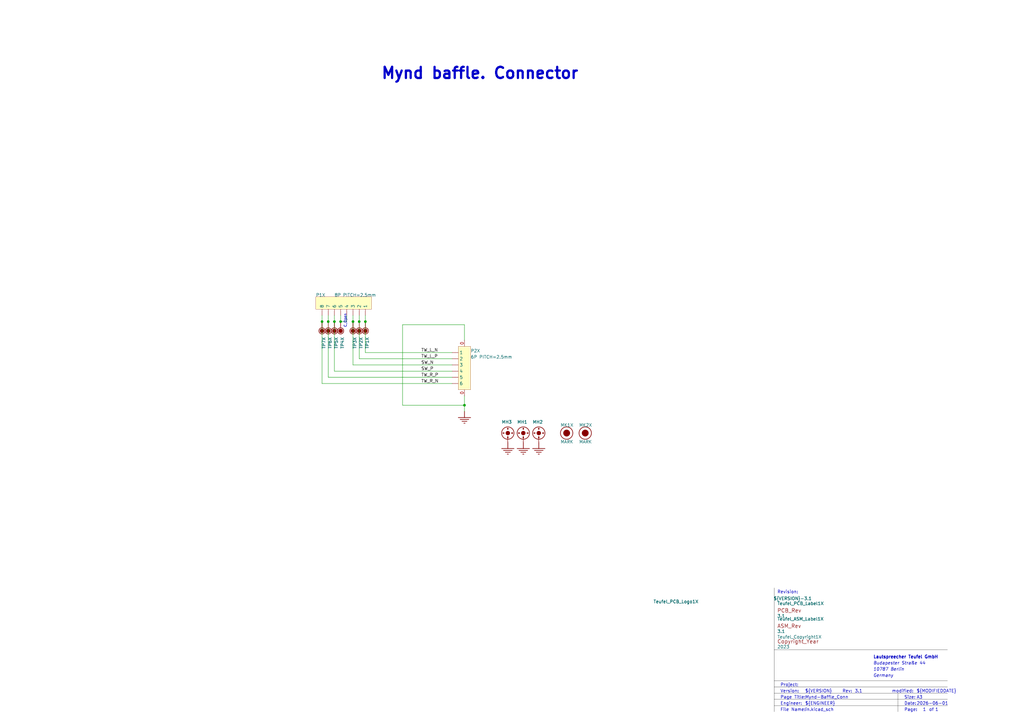
<source format=kicad_sch>
(kicad_sch (version 20231120) (generator "eeschema") (generator_version "8.0")
  (paper "A3")
  (title_block (title "Mynd-Baffle_Conn") (rev "3.1"))
  (lib_symbols
    (symbol "Mynd_Baffle-altium-import:GND_POWER_GROUND" (power)
      (property "Reference" "#PWR" (at 0 0 0))
      (property "Value" "GND" (at 0 6.35 0))
      (symbol "GND_POWER_GROUND_0_0"
        (polyline (pts (xy -2.54 -2.54) (xy 2.54 -2.54)) (stroke (width 0.254)))
        (polyline (pts (xy -1.778 -3.302) (xy 1.778 -3.302)) (stroke (width 0.254)))
        (polyline (pts (xy -1.016 -4.064) (xy 1.016 -4.064)) (stroke (width 0.254)))
        (polyline (pts (xy -0.254 -4.826) (xy 0.254 -4.826)) (stroke (width 0.254)))
        (polyline (pts (xy 0 0) (xy 0 -2.54)) (stroke (width 0.254)))
        (pin power_in line (at 0 0 0) (length 0) hide (name "GND") (number ""))
      )
    )
    (symbol "Mynd_Baffle-altium-import:root_0_MARK"
      (symbol "root_0_MARK_1_0"
        (circle (center 0 0) (radius 1.27) (stroke (width 0.254)) (fill (type outline)))
        (circle (center 0 0) (radius 2.54) (stroke (width 0.254)))
        (pin passive line (at 1.27 0 180) (length 1.27) (name "MK_B") (number "MK_B"))
        (pin passive line (at -1.27 0 0) (length 1.27) (name "MK_T") (number "MK_T"))
      )
    )
    (symbol "Mynd_Baffle-altium-import:root_0_Teufel NoLogo")
    (symbol "Mynd_Baffle-altium-import:root_0_Teufel_ASM_Label"
      (symbol "root_0_Teufel_ASM_Label_1_0"
        (text "ASM_Rev" (at 0 0 0) (effects (font (size 1.524 1.524)) (justify left bottom)))
      )
    )
    (symbol "Mynd_Baffle-altium-import:root_0_Teufel_Copyright"
      (symbol "root_0_Teufel_Copyright_1_0"
        (text "Copyright_Year" (at 0 0 0) (effects (font (size 1.524 1.524)) (justify left bottom)))
      )
    )
    (symbol "Mynd_Baffle-altium-import:root_0_Teufel_PCB_Label"
      (symbol "root_0_Teufel_PCB_Label_1_0"
        (text "PCB_Rev" (at 0 0 0) (effects (font (size 1.524 1.524)) (justify left bottom)))
      )
    )
    (symbol "Mynd_Baffle-altium-import:root_0_mirrored_CON 6P_F"
      (symbol "root_0_mirrored_CON 6P_F_1_0"
        (rectangle (start 0 0) (end -5.08 -17.78) (stroke (width 0.0254) (color 128 0 0 1)) (fill (type background)))
        (pin passive line (at -2.54 -20.32 90) (length 2.54) (name "0") (number "0"))
        (pin passive line (at -2.54 2.54 270) (length 2.54) (name "0") (number "0"))
        (pin passive line (at -7.62 -2.54 0) (length 2.54) (name "1") (number "1"))
        (pin passive line (at -7.62 -5.08 0) (length 2.54) (name "2") (number "2"))
        (pin passive line (at -7.62 -7.62 0) (length 2.54) (name "3") (number "3"))
        (pin passive line (at -7.62 -10.16 0) (length 2.54) (name "4") (number "4"))
        (pin passive line (at -7.62 -12.7 0) (length 2.54) (name "5") (number "5"))
        (pin passive line (at -7.62 -15.24 0) (length 2.54) (name "6") (number "6"))
      )
    )
    (symbol "Mynd_Baffle-altium-import:root_1_SCREW_HOLE"
      (symbol "root_1_SCREW_HOLE_1_0"
        (bezier (pts (xy -2.032 3.81) (xy -2.032 3.7398) (xy -1.9183 3.683) (xy -1.778 3.683)) (stroke (width 0.254)) (fill (type outline)))
        (bezier (pts (xy -1.778 3.683) (xy -1.6378 3.683) (xy -1.524 3.7398) (xy -1.524 3.81)) (stroke (width 0.254)) (fill (type outline)))
        (bezier (pts (xy -1.778 3.937) (xy -1.9183 3.937) (xy -2.032 3.8801) (xy -2.032 3.81)) (stroke (width 0.254)) (fill (type outline)))
        (bezier (pts (xy -1.524 3.81) (xy -1.524 3.8801) (xy -1.6378 3.937) (xy -1.778 3.937)) (stroke (width 0.254)) (fill (type outline)))
        (bezier (pts (xy -0.127 2.032) (xy -0.127 1.8917) (xy -0.0702 1.778) (xy 0 1.778)) (stroke (width 0.254)) (fill (type outline)))
        (bezier (pts (xy -0.127 5.588) (xy -0.127 5.4477) (xy -0.0702 5.334) (xy 0 5.334)) (stroke (width 0.254)) (fill (type outline)))
        (polyline (pts (xy -1.524 3.81) (xy -1.778 3.937) (xy -2.032 3.81) (xy -1.778 3.683) (xy -1.524 3.81)) (stroke (width -0.0001)) (fill (type outline)))
        (polyline (pts (xy 0.127 2.032) (xy 0 2.286) (xy -0.127 2.032) (xy 0 1.778) (xy 0.127 2.032)) (stroke (width -0.0001)) (fill (type outline)))
        (polyline (pts (xy 0.127 5.588) (xy 0 5.842) (xy -0.127 5.588) (xy 0 5.334) (xy 0.127 5.588)) (stroke (width -0.0001)) (fill (type outline)))
        (polyline (pts (xy 2.032 3.81) (xy 1.778 3.937) (xy 1.524 3.81) (xy 1.778 3.683) (xy 2.032 3.81)) (stroke (width -0.0001)) (fill (type outline)))
        (bezier (pts (xy 0 1.778) (xy 0.0701 1.778) (xy 0.127 1.8917) (xy 0.127 2.032)) (stroke (width 0.254)) (fill (type outline)))
        (bezier (pts (xy 0 2.286) (xy -0.0702 2.286) (xy -0.127 2.1722) (xy -0.127 2.032)) (stroke (width 0.254)) (fill (type outline)))
        (circle (center 0 3.81) (radius 0.762) (stroke (width 0.254)) (fill (type outline)))
        (circle (center 0 3.81) (radius 2.54) (stroke (width 0.254)))
        (bezier (pts (xy 0 5.334) (xy 0.0701 5.334) (xy 0.127 5.4477) (xy 0.127 5.588)) (stroke (width 0.254)) (fill (type outline)))
        (bezier (pts (xy 0 5.842) (xy -0.0702 5.842) (xy -0.127 5.7282) (xy -0.127 5.588)) (stroke (width 0.254)) (fill (type outline)))
        (bezier (pts (xy 0.127 2.032) (xy 0.127 2.1722) (xy 0.0701 2.286) (xy 0 2.286)) (stroke (width 0.254)) (fill (type outline)))
        (bezier (pts (xy 0.127 5.588) (xy 0.127 5.7282) (xy 0.0701 5.842) (xy 0 5.842)) (stroke (width 0.254)) (fill (type outline)))
        (bezier (pts (xy 1.524 3.81) (xy 1.524 3.7398) (xy 1.6377 3.683) (xy 1.778 3.683)) (stroke (width 0.254)) (fill (type outline)))
        (bezier (pts (xy 1.778 3.683) (xy 1.9182 3.683) (xy 2.032 3.7398) (xy 2.032 3.81)) (stroke (width 0.254)) (fill (type outline)))
        (bezier (pts (xy 1.778 3.937) (xy 1.6377 3.937) (xy 1.524 3.8801) (xy 1.524 3.81)) (stroke (width 0.254)) (fill (type outline)))
        (bezier (pts (xy 2.032 3.81) (xy 2.032 3.8801) (xy 1.9182 3.937) (xy 1.778 3.937)) (stroke (width 0.254)) (fill (type outline)))
        (pin passive line (at 0 0 90) (length 2.54) (name "1") (number "1"))
      )
    )
    (symbol "Mynd_Baffle-altium-import:root_3_CON 8P"
      (symbol "root_3_CON 8P_1_0"
        (rectangle (start 0 0) (end -22.86 -5.08) (stroke (width 0.0254) (color 128 0 0 1)) (fill (type background)))
        (pin passive line (at -2.54 -7.62 90) (length 2.54) (name "1") (number "1"))
        (pin passive line (at -5.08 -7.62 90) (length 2.54) (name "2") (number "2"))
        (pin passive line (at -7.62 -7.62 90) (length 2.54) (name "3") (number "3"))
        (pin passive line (at -10.16 -7.62 90) (length 2.54) (name "4") (number "4"))
        (pin passive line (at -12.7 -7.62 90) (length 2.54) (name "5") (number "5"))
        (pin passive line (at -15.24 -7.62 90) (length 2.54) (name "6") (number "6"))
        (pin passive line (at -17.78 -7.62 90) (length 2.54) (name "7") (number "7"))
        (pin passive line (at -20.32 -7.62 90) (length 2.54) (name "8") (number "8"))
      )
    )
    (symbol "Mynd_Baffle-altium-import:root_3_TP"
      (symbol "root_3_TP_1_0"
        (circle (center 0 -3.81) (radius 0.762) (stroke (width 0.254)) (fill (type outline)))
        (circle (center 0 -3.81) (radius 1.27) (stroke (width 0.254)))
        (pin passive line (at 0 0 270) (length 2.54) (name "1") (number "1"))
      )
    )
  )
  (junction (at 134.62 131.9022))
  (junction (at 139.7 131.9022))
  (junction (at 190.5 166.1922))
  (junction (at 132.08 131.9022))
  (junction (at 149.86 131.9022))
  (junction (at 147.32 131.9022))
  (junction (at 137.16 131.9022))
  (junction (at 144.78 131.9022))
  (wire (pts (xy 142.24 131.9022) (xy 139.7 131.9022)))
  (polyline (pts (xy 317.5 266.5222) (xy 317.5 241.1222)) (stroke (width 0.0254) (type solid) (color 0 0 0 1)))
  (wire (pts (xy 165.1 133.1722) (xy 165.1 166.1922)))
  (polyline (pts (xy 317.5 289.3822) (xy 388.62 289.3822)) (stroke (width 0.0254) (type solid) (color 0 0 0 1)))
  (wire (pts (xy 137.16 129.3622) (xy 137.16 131.9022)))
  (polyline (pts (xy 317.5 279.2222) (xy 388.62 279.2222)) (stroke (width 0.0254) (type solid) (color 0 0 0 1)))
  (wire (pts (xy 185.42 154.7622) (xy 134.62 154.7622)))
  (wire (pts (xy 185.42 149.6822) (xy 144.78 149.6822)))
  (wire (pts (xy 185.42 147.1422) (xy 147.32 147.1422)))
  (wire (pts (xy 149.86 129.3622) (xy 149.86 131.9022)))
  (wire (pts (xy 134.62 131.9022) (xy 134.62 129.3622)))
  (wire (pts (xy 190.5 139.5222) (xy 190.5 133.1722)))
  (wire (pts (xy 144.78 131.9022) (xy 144.78 129.3622)))
  (wire (pts (xy 165.1 166.1922) (xy 190.5 166.1922)))
  (wire (pts (xy 142.24 129.3622) (xy 142.24 131.9022)))
  (wire (pts (xy 149.86 131.9022) (xy 149.86 144.6022)))
  (wire (pts (xy 132.08 157.3022) (xy 185.42 157.3022)))
  (wire (pts (xy 190.5 133.1722) (xy 165.1 133.1722)))
  (wire (pts (xy 147.32 147.1422) (xy 147.32 131.9022)))
  (wire (pts (xy 132.08 129.3622) (xy 132.08 131.9022)))
  (polyline (pts (xy 317.5 281.7622) (xy 388.62 281.7622)) (stroke (width 0.0254) (type solid) (color 0 0 0 1)))
  (polyline (pts (xy 317.5 284.3022) (xy 388.62 284.3022)) (stroke (width 0.0254) (type solid) (color 0 0 0 1)))
  (wire (pts (xy 139.7 129.3622) (xy 139.7 131.9022)))
  (wire (pts (xy 137.16 152.2222) (xy 185.42 152.2222)))
  (polyline (pts (xy 368.3 291.9222) (xy 368.3 284.3022)) (stroke (width 0.0254) (type solid) (color 0 0 0 1)))
  (wire (pts (xy 137.16 131.9022) (xy 137.16 152.2222)))
  (wire (pts (xy 149.86 144.6022) (xy 185.42 144.6022)))
  (wire (pts (xy 190.5 166.1922) (xy 190.5 162.3822)))
  (polyline (pts (xy 317.5 286.8422) (xy 388.62 286.8422)) (stroke (width 0.0254) (type solid) (color 0 0 0 1)))
  (polyline (pts (xy 317.5 266.5222) (xy 388.62 266.5222)) (stroke (width 0.0254) (type solid) (color 0 0 0 1)))
  (wire (pts (xy 134.62 154.7622) (xy 134.62 131.9022)))
  (wire (pts (xy 147.32 131.9022) (xy 147.32 129.3622)))
  (polyline (pts (xy 317.5 291.9222) (xy 317.5 266.5222)) (stroke (width 0.0254) (type solid) (color 0 0 0 1)))
  (wire (pts (xy 144.78 149.6822) (xy 144.78 131.9022)))
  (wire (pts (xy 190.5 168.7322) (xy 190.5 166.1922)))
  (wire (pts (xy 132.08 131.9022) (xy 132.08 157.3022)))
  (text "modified:" (at 365.76 284.3022 0) (effects (font (size 1.27 1.27)) (justify left bottom)))
  (text "C_Open" (at 142.24 134.4422 90) (effects (font (size 1.016 1.016)) (justify left bottom)))
  (text "${CURRENT_DATE}" (at 375.92 289.3822 0) (effects (font (size 1.27 1.27)) (justify left bottom)))
  (text "Mynd baffle. Connector" (at 196.85 32.8422 0) (effects (font (size 4.572 4.572) (thickness 0.9144) (bold yes)) (justify bottom)))
  (text "Version:" (at 320.04 284.3022 0) (effects (font (size 1.27 1.27)) (justify left bottom)))
  (text "Date:" (at 370.84 289.3822 0) (effects (font (size 1.27 1.27)) (justify left bottom)))
  (text "File Name:" (at 320.04 291.9222 0) (effects (font (size 1.27 1.27)) (justify left bottom)))
  (text "Page Title:" (at 320.04 286.8422 0) (effects (font (size 1.27 1.27)) (justify left bottom)))
  (text "${FILENAME}" (at 330.2 291.9222 0) (effects (font (size 1.27 1.27)) (justify left bottom)))
  (text "${MODIFIEDDATE}" (at 375.92 284.3022 0) (effects (font (size 1.27 1.27)) (justify left bottom)))
  (text "Lautspreecher Teufel GmbH" (at 358.14 270.3322 0) (effects (font (size 1.27 1.27) (thickness 0.254) (bold yes)) (justify left bottom)))
  (text "Engineer:" (at 320.04 289.3822 0) (effects (font (size 1.27 1.27)) (justify left bottom)))
  (text "${TITLE}" (at 330.2 286.8422 0) (effects (font (size 1.27 1.27)) (justify left bottom)))
  (text "10787 Berlin" (at 358.14 275.4122 0) (effects (font (size 1.27 1.27) (italic yes)) (justify left bottom)))
  (text "Budapester Straße 44" (at 358.14 272.8722 0) (effects (font (size 1.27 1.27) (italic yes)) (justify left bottom)))
  (text "${##}" (at 383.54 291.9222 0) (effects (font (size 1.27 1.27)) (justify left bottom)))
  (text "${ENGINEER}" (at 330.2 289.3822 0) (effects (font (size 1.27 1.27)) (justify left bottom)))
  (text "Project:" (at 320.04 281.7622 0) (effects (font (size 1.27 1.27)) (justify left bottom)))
  (text "Rev:" (at 345.44 284.3022 0) (effects (font (size 1.27 1.27)) (justify left bottom)))
  (text "${PROJECTNAME}" (at 330.2 281.7622 0) (effects (font (size 1.27 1.27)) (justify left bottom)))
  (text "of" (at 381 291.9222 0) (effects (font (size 1.27 1.27)) (justify left bottom)))
  (text "${REVISION}" (at 350.52 284.3022 0) (effects (font (size 1.27 1.27)) (justify left bottom)))
  (text "${VERSION}" (at 330.2 284.3022 0) (effects (font (size 1.27 1.27)) (justify left bottom)))
  (text "Revision:" (at 318.77 243.6622 0) (effects (font (size 1.27 1.27)) (justify left bottom)))
  (text "${#}" (at 378.46 291.9222 0) (effects (font (size 1.27 1.27)) (justify left bottom)))
  (text "Size:" (at 370.84 286.8422 0) (effects (font (size 1.27 1.27)) (justify left bottom)))
  (text "Page:" (at 370.84 291.9222 0) (effects (font (size 1.27 1.27)) (justify left bottom)))
  (text "A3" (at 375.92 286.8422 0) (effects (font (size 1.27 1.27)) (justify left bottom)))
  (text "Germany" (at 358.14 277.9522 0) (effects (font (size 1.27 1.27) (italic yes)) (justify left bottom)))
  (label "TW_L_N" (at 172.72 144.6022 0))
  (label "TW_R_N" (at 172.72 157.3022 0))
  (label "TW_L_P" (at 172.72 147.1422 0))
  (label "TW_R_P" (at 172.72 154.7622 0))
  (label "SW_N" (at 172.72 149.6822 0))
  (label "SW_P" (at 172.72 152.2222 0))
  (symbol (lib_id "Mynd_Baffle-altium-import:root_3_CON 8P") (at 152.4 121.7422 0) (unit 1)
    (property "Reference" "P1X" (at 129.54 121.7422 0) (effects (justify left bottom)))
    (property "Value" "${ALTIUM_VALUE}" (at 137.16 121.7422 0) (effects (justify left bottom)))
    (property "Footprint" "TSB1_05282" (effects (hide yes)))
    (property "Description" "SMD BTB CONNECTOR 8P P2.5mm GOLD" (effects (hide yes)))
    (property "MANUFACTURER" "Generic" (effects (hide yes)))
    (property "SYSTEM" "Connector" (effects (hide yes)))
    (property "PART_NUMBER" "8P PITCH=2.5mm" (effects (hide yes)))
    (property "PART_TYPE" "Connector BTB SMT" (effects (hide yes)))
    (property "ALTIUM_VALUE" "${PART_NUMBER}" (effects (hide yes)))
  )
  (symbol (lib_id "Mynd_Baffle-altium-import:root_0_Teufel NoLogo") (at 269.24 248.7422 0) (unit 1)
    (property "Reference" "Teufel_PCB_Logo1X" (at 267.97 247.4722 0) (effects (justify left bottom)))
    (property "Value" "${VERSION}-${REVISION}" (at 318.77 246.2022 0) (effects (justify left bottom)))
    (property "Footprint" "Teufel_NoLogo" (effects (hide yes)))
    (property "Description" "Teufel PCB NoLogo" (effects (hide yes)))
  )
  (symbol (lib_id "Mynd_Baffle-altium-import:root_3_TP") (at 137.16 131.9022 0) (unit 1)
    (property "Reference" "TP5X" (at 137.16 138.2522 90) (effects (justify right top)))
    (property "Value" "TP12" (effects (hide yes)))
    (property "Footprint" "TP120" (effects (hide yes)))
    (property "Description" "Test Point" (effects (hide yes)))
    (property "DESIGN ITEM ID" "TP" (effects (hide yes)))
  )
  (symbol (lib_id "Mynd_Baffle-altium-import:GND_POWER_GROUND") (at 220.98 181.4322 0) (unit 1)
    (property "Reference" "#PWR?" (effects (hide yes)))
    (property "Value" "GND" (effects (hide yes)))
  )
  (symbol (lib_id "Mynd_Baffle-altium-import:root_3_TP") (at 149.86 131.9022 0) (unit 1)
    (property "Reference" "TP1X" (at 149.86 138.2522 90) (effects (justify right top)))
    (property "Value" "TP12" (effects (hide yes)))
    (property "Footprint" "TP120" (effects (hide yes)))
    (property "Description" "Test Point" (effects (hide yes)))
    (property "DESIGN ITEM ID" "TP" (effects (hide yes)))
  )
  (symbol (lib_id "Mynd_Baffle-altium-import:root_1_SCREW_HOLE") (at 208.28 181.4322 0) (unit 1)
    (property "Reference" "MH3" (at 205.74 173.8122 0) (effects (justify left bottom)))
    (property "Value" "SCREW_HOLE_D35" (effects (hide yes)))
    (property "Footprint" "SCREW_D35" (effects (hide yes)))
    (property "Description" "SCREW_HOLE D3.5mm" (effects (hide yes)))
  )
  (symbol (lib_name "Mynd_Baffle-altium-import:root_0_mirrored_CON 6P_F") (lib_id "Mynd_Baffle-altium-import:root_0_mirrored_CON 6P_F") (at 193.04 142.0622 0) (unit 1)
    (property "Reference" "P2X" (at 193.04 144.6022 0) (effects (justify left bottom)))
    (property "Value" "${ALTIUM_VALUE}" (at 193.04 147.1422 0) (effects (justify left bottom)))
    (property "Footprint" "CON_250_SMD_V_6P" (effects (hide yes)))
    (property "Description" "GS SMD WTB CONNECTOR 6P P2.5mm" (effects (hide yes)))
    (property "MANUFACTURER" "Generic" (effects (hide yes)))
    (property "SYSTEM" "Connector" (effects (hide yes)))
    (property "PART_NUMBER" "6P PITCH=2.5mm" (effects (hide yes)))
    (property "PART_TYPE" "Connector WTB SMT" (effects (hide yes)))
    (property "ALTIUM_VALUE" "${PART_NUMBER}" (effects (hide yes)))
  )
  (symbol (lib_id "Mynd_Baffle-altium-import:root_0_Teufel_PCB_Label") (at 318.77 251.2822 0) (unit 1)
    (property "Reference" "Teufel_PCB_Label1X" (at 318.77 248.2342 0) (effects (justify left bottom)))
    (property "Value" "${ALTIUM_VALUE}" (at 318.77 253.3142 0) (effects (justify left bottom)))
    (property "Footprint" "Teufel_PCB_Rev" (effects (hide yes)))
    (property "Description" "Teufel_PCB_Label" (effects (hide yes)))
    (property "ALTIUM_VALUE" "3.1" (effects (hide yes)))
  )
  (symbol (lib_id "Mynd_Baffle-altium-import:root_1_SCREW_HOLE") (at 220.98 181.4322 0) (unit 1)
    (property "Reference" "MH2" (at 218.44 173.8122 0) (effects (justify left bottom)))
    (property "Value" "HOLD_D35" (effects (hide yes)))
    (property "Footprint" "HOLD_D35" (effects (hide yes)))
    (property "Description" "HOLD_D35" (effects (hide yes)))
  )
  (symbol (lib_id "Mynd_Baffle-altium-import:root_3_TP") (at 144.78 131.9022 0) (unit 1)
    (property "Reference" "TP3X" (at 144.78 138.2522 90) (effects (justify right top)))
    (property "Value" "TP12" (effects (hide yes)))
    (property "Footprint" "TP120" (effects (hide yes)))
    (property "Description" "Test Point" (effects (hide yes)))
    (property "DESIGN ITEM ID" "TP" (effects (hide yes)))
  )
  (symbol (lib_id "Mynd_Baffle-altium-import:GND_POWER_GROUND") (at 214.63 181.4322 0) (unit 1)
    (property "Reference" "#PWR?" (effects (hide yes)))
    (property "Value" "GND" (effects (hide yes)))
  )
  (symbol (lib_id "Mynd_Baffle-altium-import:root_3_TP") (at 147.32 131.9022 0) (unit 1)
    (property "Reference" "TP2X" (at 147.32 138.2522 90) (effects (justify right top)))
    (property "Value" "TP12" (effects (hide yes)))
    (property "Footprint" "TP120" (effects (hide yes)))
    (property "Description" "Test Point" (effects (hide yes)))
    (property "DESIGN ITEM ID" "TP" (effects (hide yes)))
  )
  (symbol (lib_id "Mynd_Baffle-altium-import:root_3_TP") (at 139.7 131.9022 0) (unit 1)
    (property "Reference" "TP4X" (at 139.7 138.2522 90) (effects (justify right top)))
    (property "Value" "TP12" (effects (hide yes)))
    (property "Footprint" "TP120" (effects (hide yes)))
    (property "Description" "Test Point" (effects (hide yes)))
    (property "DESIGN ITEM ID" "TP" (effects (hide yes)))
  )
  (symbol (lib_id "Mynd_Baffle-altium-import:GND_POWER_GROUND") (at 190.5 168.7322 0) (unit 1)
    (property "Reference" "#PWR?" (effects (hide yes)))
    (property "Value" "GND" (effects (hide yes)))
  )
  (symbol (lib_id "Mynd_Baffle-altium-import:GND_POWER_GROUND") (at 208.28 181.4322 0) (unit 1)
    (property "Reference" "#PWR?" (effects (hide yes)))
    (property "Value" "GND" (effects (hide yes)))
  )
  (symbol (lib_id "Mynd_Baffle-altium-import:root_3_TP") (at 132.08 131.9022 0) (unit 1)
    (property "Reference" "TP7X" (at 132.08 138.2522 90) (effects (justify right top)))
    (property "Value" "TP12" (effects (hide yes)))
    (property "Footprint" "TP120" (effects (hide yes)))
    (property "Description" "Test Point" (effects (hide yes)))
    (property "DESIGN ITEM ID" "TP" (effects (hide yes)))
  )
  (symbol (lib_id "Mynd_Baffle-altium-import:root_0_MARK") (at 240.03 177.6222 0) (unit 1)
    (property "Reference" "MK2X" (at 237.49 175.0822 0) (effects (justify left bottom)))
    (property "Value" "MARK" (at 237.49 181.9402 0) (effects (justify left bottom)))
    (property "Footprint" "MARK" (effects (hide yes)))
    (property "Description" "MARK DOT" (effects (hide yes)))
    (property "DESIGN ITEM ID" "MARK" (effects (hide yes)))
  )
  (symbol (lib_id "Mynd_Baffle-altium-import:root_0_Teufel_ASM_Label") (at 318.77 257.6322 0) (unit 1)
    (property "Reference" "Teufel_ASM_Label1X" (at 318.77 254.5842 0) (effects (justify left bottom)))
    (property "Value" "${ALTIUM_VALUE}" (at 318.77 259.6642 0) (effects (justify left bottom)))
    (property "Footprint" "Teufel_ASM_Rev" (effects (hide yes)))
    (property "Description" "Teufel_ASM_Rev" (effects (hide yes)))
    (property "ALTIUM_VALUE" "3.1" (effects (hide yes)))
  )
  (symbol (lib_id "Mynd_Baffle-altium-import:root_0_MARK") (at 232.41 177.6222 0) (unit 1)
    (property "Reference" "MK1X" (at 229.87 175.0822 0) (effects (justify left bottom)))
    (property "Value" "MARK" (at 229.87 181.9402 0) (effects (justify left bottom)))
    (property "Footprint" "MARK" (effects (hide yes)))
    (property "Description" "MARK DOT" (effects (hide yes)))
    (property "DESIGN ITEM ID" "MARK" (effects (hide yes)))
  )
  (symbol (lib_id "Mynd_Baffle-altium-import:root_3_TP") (at 134.62 131.9022 0) (unit 1)
    (property "Reference" "TP6X" (at 134.62 138.2522 90) (effects (justify right top)))
    (property "Value" "TP12" (effects (hide yes)))
    (property "Footprint" "TP120" (effects (hide yes)))
    (property "Description" "Test Point" (effects (hide yes)))
    (property "DESIGN ITEM ID" "TP" (effects (hide yes)))
  )
  (symbol (lib_id "Mynd_Baffle-altium-import:root_0_Teufel_Copyright") (at 318.77 263.9822 0) (unit 1)
    (property "Reference" "Teufel_Copyright1X" (at 318.77 261.9502 0) (effects (justify left bottom)))
    (property "Value" "${ALTIUM_VALUE}" (at 318.77 266.0142 0) (effects (justify left bottom)))
    (property "Footprint" "TEUFEL_COPYRIGHT" (effects (hide yes)))
    (property "Description" "Teufel_Copyright_Year" (effects (hide yes)))
    (property "ALTIUM_VALUE" "2023" (effects (hide yes)))
  )
  (symbol (lib_id "Mynd_Baffle-altium-import:root_1_SCREW_HOLE") (at 214.63 181.4322 0) (unit 1)
    (property "Reference" "MH1" (at 212.09 173.8122 0) (effects (justify left bottom)))
    (property "Value" "SCREW_HOLE_D35" (effects (hide yes)))
    (property "Footprint" "SCREW_D35" (effects (hide yes)))
    (property "Description" "SCREW_HOLE D3.5mm" (effects (hide yes)))
  )
)
</source>
